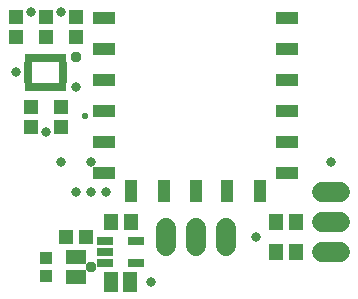
<source format=gbr>
G04 EAGLE Gerber X2 export*
%TF.Part,Single*%
%TF.FileFunction,Soldermask,Top,1*%
%TF.FilePolarity,Negative*%
%TF.GenerationSoftware,Autodesk,EAGLE,9.1.1*%
%TF.CreationDate,2018-08-02T16:49:24Z*%
G75*
%MOMM*%
%FSLAX34Y34*%
%LPD*%
%AMOC8*
5,1,8,0,0,1.08239X$1,22.5*%
G01*
%ADD10C,1.727200*%
%ADD11R,1.168400X1.651000*%
%ADD12R,1.651000X1.168400*%
%ADD13R,1.203200X1.303200*%
%ADD14R,1.003200X1.003200*%
%ADD15R,1.208800X1.403197*%
%ADD16R,1.981200X1.117600*%
%ADD17R,1.117600X1.981200*%
%ADD18R,0.473200X0.653200*%
%ADD19R,0.653200X0.473200*%
%ADD20R,1.403200X0.803200*%
%ADD21C,0.959600*%
%ADD22C,0.809600*%
%ADD23C,0.533400*%


D10*
X1244600Y452120D02*
X1244600Y436880D01*
X1219200Y436880D02*
X1219200Y452120D01*
X1193800Y452120D02*
X1193800Y436880D01*
D11*
X1147445Y406400D03*
X1163955Y406400D03*
D12*
X1117600Y410845D03*
X1117600Y427355D03*
D13*
X1066800Y613800D03*
X1066800Y630800D03*
X1104900Y554600D03*
X1104900Y537600D03*
X1079500Y554600D03*
X1079500Y537600D03*
X1092200Y613800D03*
X1092200Y630800D03*
X1117600Y613800D03*
X1117600Y630800D03*
D14*
X1092200Y426600D03*
X1092200Y411600D03*
D15*
X1147172Y457200D03*
X1164228Y457200D03*
X1286872Y431800D03*
X1303928Y431800D03*
X1286872Y457200D03*
X1303928Y457200D03*
D13*
X1126100Y444500D03*
X1109100Y444500D03*
D10*
X1325880Y431800D02*
X1341120Y431800D01*
X1341120Y457200D02*
X1325880Y457200D01*
X1325880Y482600D02*
X1341120Y482600D01*
D16*
X1141700Y550900D03*
X1141700Y603400D03*
X1141700Y524650D03*
X1141700Y577150D03*
X1141700Y629650D03*
X1141700Y498400D03*
X1296700Y577150D03*
X1296700Y550900D03*
X1296700Y524650D03*
X1296700Y603400D03*
X1296700Y629650D03*
X1296700Y498400D03*
D17*
X1164700Y483900D03*
X1192700Y483900D03*
X1219200Y483900D03*
X1245700Y483900D03*
X1273700Y483900D03*
D18*
X1107250Y571950D03*
D19*
X1106950Y577750D03*
X1106950Y582050D03*
X1106950Y586350D03*
X1106950Y590650D03*
D18*
X1107250Y596450D03*
X1102950Y596450D03*
X1098650Y596450D03*
X1094350Y596450D03*
X1090050Y596450D03*
X1085750Y596450D03*
X1081450Y596450D03*
X1077150Y596450D03*
D19*
X1077450Y590650D03*
X1077450Y586350D03*
X1077450Y582050D03*
X1077450Y577750D03*
D18*
X1077150Y571950D03*
X1081450Y571950D03*
X1085750Y571950D03*
X1090050Y571950D03*
X1094350Y571950D03*
X1098650Y571950D03*
X1102950Y571950D03*
D20*
X1168760Y441300D03*
X1168760Y422300D03*
X1142640Y441300D03*
X1142640Y431800D03*
X1142640Y422300D03*
D21*
X1117600Y596900D03*
D22*
X1333500Y508000D03*
X1181100Y406400D03*
X1130300Y482600D03*
X1117600Y482600D03*
D21*
X1130300Y419100D03*
D22*
X1092200Y533400D03*
X1079500Y635000D03*
X1104900Y635000D03*
X1066800Y584200D03*
X1104900Y508000D03*
X1143000Y482600D03*
X1270000Y444500D03*
D23*
X1125220Y547370D03*
D22*
X1117600Y571500D03*
X1130300Y508000D03*
M02*

</source>
